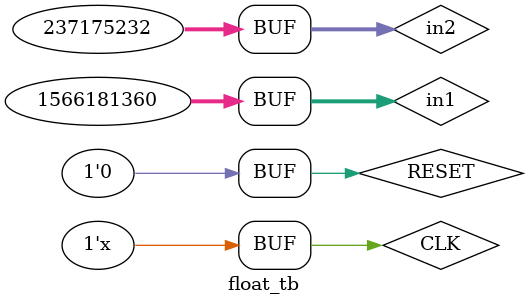
<source format=v>

`timescale 1ns/10ps

module float_tb();

reg CLK, RESET;
reg [31:0] in1;
reg [31:0] in2;
wire [31:0] out;

initial begin
  RESET = 1'b1;
  CLK = 1'b0;
  #80;
  CLK = 1'b1;
  RESET = 1'b0;
  in1 = 32'b01000001010110100000000000000000;
  in2 = 32'b10111110001000000000000000000000;
  #150;
  in1 = 32'b01011101010110100000011111110000;
  in2 = 32'b00001110001000110000000111000000;
end


// clock period = 100
always begin
  #50;
  CLK = ~CLK;
end

// Module Under Test

float_multiply finst ( .clk(CLK), .reset(RESET), .IN1(in1), .IN2(in2), .OUT(out) );

endmodule
</source>
